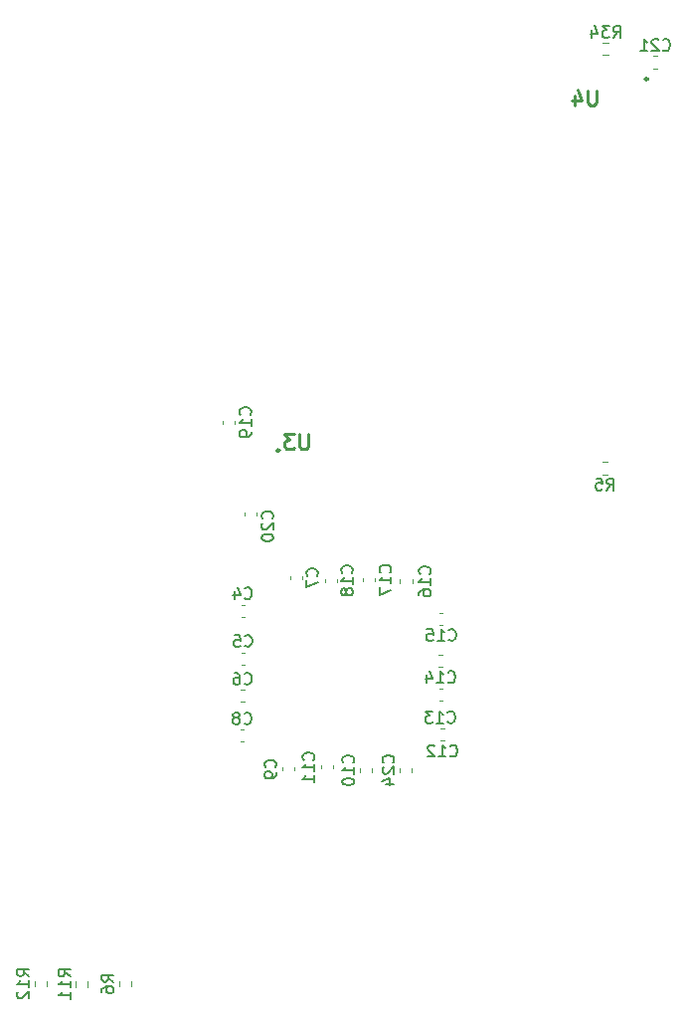
<source format=gbr>
%TF.GenerationSoftware,KiCad,Pcbnew,7.0.6-7.0.6~ubuntu20.04.1*%
%TF.CreationDate,2023-11-11T07:41:59+07:00*%
%TF.ProjectId,qpix,71706978-2e6b-4696-9361-645f70636258,rev?*%
%TF.SameCoordinates,Original*%
%TF.FileFunction,Legend,Bot*%
%TF.FilePolarity,Positive*%
%FSLAX46Y46*%
G04 Gerber Fmt 4.6, Leading zero omitted, Abs format (unit mm)*
G04 Created by KiCad (PCBNEW 7.0.6-7.0.6~ubuntu20.04.1) date 2023-11-11 07:41:59*
%MOMM*%
%LPD*%
G01*
G04 APERTURE LIST*
%ADD10C,0.150000*%
%ADD11C,0.254000*%
%ADD12C,0.120000*%
%ADD13C,0.250000*%
G04 APERTURE END LIST*
D10*
X131376666Y-103679580D02*
X131424285Y-103727200D01*
X131424285Y-103727200D02*
X131567142Y-103774819D01*
X131567142Y-103774819D02*
X131662380Y-103774819D01*
X131662380Y-103774819D02*
X131805237Y-103727200D01*
X131805237Y-103727200D02*
X131900475Y-103631961D01*
X131900475Y-103631961D02*
X131948094Y-103536723D01*
X131948094Y-103536723D02*
X131995713Y-103346247D01*
X131995713Y-103346247D02*
X131995713Y-103203390D01*
X131995713Y-103203390D02*
X131948094Y-103012914D01*
X131948094Y-103012914D02*
X131900475Y-102917676D01*
X131900475Y-102917676D02*
X131805237Y-102822438D01*
X131805237Y-102822438D02*
X131662380Y-102774819D01*
X131662380Y-102774819D02*
X131567142Y-102774819D01*
X131567142Y-102774819D02*
X131424285Y-102822438D01*
X131424285Y-102822438D02*
X131376666Y-102870057D01*
X130471904Y-102774819D02*
X130948094Y-102774819D01*
X130948094Y-102774819D02*
X130995713Y-103251009D01*
X130995713Y-103251009D02*
X130948094Y-103203390D01*
X130948094Y-103203390D02*
X130852856Y-103155771D01*
X130852856Y-103155771D02*
X130614761Y-103155771D01*
X130614761Y-103155771D02*
X130519523Y-103203390D01*
X130519523Y-103203390D02*
X130471904Y-103251009D01*
X130471904Y-103251009D02*
X130424285Y-103346247D01*
X130424285Y-103346247D02*
X130424285Y-103584342D01*
X130424285Y-103584342D02*
X130471904Y-103679580D01*
X130471904Y-103679580D02*
X130519523Y-103727200D01*
X130519523Y-103727200D02*
X130614761Y-103774819D01*
X130614761Y-103774819D02*
X130852856Y-103774819D01*
X130852856Y-103774819D02*
X130948094Y-103727200D01*
X130948094Y-103727200D02*
X130995713Y-103679580D01*
X147109580Y-97562142D02*
X147157200Y-97514523D01*
X147157200Y-97514523D02*
X147204819Y-97371666D01*
X147204819Y-97371666D02*
X147204819Y-97276428D01*
X147204819Y-97276428D02*
X147157200Y-97133571D01*
X147157200Y-97133571D02*
X147061961Y-97038333D01*
X147061961Y-97038333D02*
X146966723Y-96990714D01*
X146966723Y-96990714D02*
X146776247Y-96943095D01*
X146776247Y-96943095D02*
X146633390Y-96943095D01*
X146633390Y-96943095D02*
X146442914Y-96990714D01*
X146442914Y-96990714D02*
X146347676Y-97038333D01*
X146347676Y-97038333D02*
X146252438Y-97133571D01*
X146252438Y-97133571D02*
X146204819Y-97276428D01*
X146204819Y-97276428D02*
X146204819Y-97371666D01*
X146204819Y-97371666D02*
X146252438Y-97514523D01*
X146252438Y-97514523D02*
X146300057Y-97562142D01*
X147204819Y-98514523D02*
X147204819Y-97943095D01*
X147204819Y-98228809D02*
X146204819Y-98228809D01*
X146204819Y-98228809D02*
X146347676Y-98133571D01*
X146347676Y-98133571D02*
X146442914Y-98038333D01*
X146442914Y-98038333D02*
X146490533Y-97943095D01*
X146204819Y-99371666D02*
X146204819Y-99181190D01*
X146204819Y-99181190D02*
X146252438Y-99085952D01*
X146252438Y-99085952D02*
X146300057Y-99038333D01*
X146300057Y-99038333D02*
X146442914Y-98943095D01*
X146442914Y-98943095D02*
X146633390Y-98895476D01*
X146633390Y-98895476D02*
X147014342Y-98895476D01*
X147014342Y-98895476D02*
X147109580Y-98943095D01*
X147109580Y-98943095D02*
X147157200Y-98990714D01*
X147157200Y-98990714D02*
X147204819Y-99085952D01*
X147204819Y-99085952D02*
X147204819Y-99276428D01*
X147204819Y-99276428D02*
X147157200Y-99371666D01*
X147157200Y-99371666D02*
X147109580Y-99419285D01*
X147109580Y-99419285D02*
X147014342Y-99466904D01*
X147014342Y-99466904D02*
X146776247Y-99466904D01*
X146776247Y-99466904D02*
X146681009Y-99419285D01*
X146681009Y-99419285D02*
X146633390Y-99371666D01*
X146633390Y-99371666D02*
X146585771Y-99276428D01*
X146585771Y-99276428D02*
X146585771Y-99085952D01*
X146585771Y-99085952D02*
X146633390Y-98990714D01*
X146633390Y-98990714D02*
X146681009Y-98943095D01*
X146681009Y-98943095D02*
X146776247Y-98895476D01*
X131364666Y-99619580D02*
X131412285Y-99667200D01*
X131412285Y-99667200D02*
X131555142Y-99714819D01*
X131555142Y-99714819D02*
X131650380Y-99714819D01*
X131650380Y-99714819D02*
X131793237Y-99667200D01*
X131793237Y-99667200D02*
X131888475Y-99571961D01*
X131888475Y-99571961D02*
X131936094Y-99476723D01*
X131936094Y-99476723D02*
X131983713Y-99286247D01*
X131983713Y-99286247D02*
X131983713Y-99143390D01*
X131983713Y-99143390D02*
X131936094Y-98952914D01*
X131936094Y-98952914D02*
X131888475Y-98857676D01*
X131888475Y-98857676D02*
X131793237Y-98762438D01*
X131793237Y-98762438D02*
X131650380Y-98714819D01*
X131650380Y-98714819D02*
X131555142Y-98714819D01*
X131555142Y-98714819D02*
X131412285Y-98762438D01*
X131412285Y-98762438D02*
X131364666Y-98810057D01*
X130507523Y-99048152D02*
X130507523Y-99714819D01*
X130745618Y-98667200D02*
X130983713Y-99381485D01*
X130983713Y-99381485D02*
X130364666Y-99381485D01*
X143739580Y-97427142D02*
X143787200Y-97379523D01*
X143787200Y-97379523D02*
X143834819Y-97236666D01*
X143834819Y-97236666D02*
X143834819Y-97141428D01*
X143834819Y-97141428D02*
X143787200Y-96998571D01*
X143787200Y-96998571D02*
X143691961Y-96903333D01*
X143691961Y-96903333D02*
X143596723Y-96855714D01*
X143596723Y-96855714D02*
X143406247Y-96808095D01*
X143406247Y-96808095D02*
X143263390Y-96808095D01*
X143263390Y-96808095D02*
X143072914Y-96855714D01*
X143072914Y-96855714D02*
X142977676Y-96903333D01*
X142977676Y-96903333D02*
X142882438Y-96998571D01*
X142882438Y-96998571D02*
X142834819Y-97141428D01*
X142834819Y-97141428D02*
X142834819Y-97236666D01*
X142834819Y-97236666D02*
X142882438Y-97379523D01*
X142882438Y-97379523D02*
X142930057Y-97427142D01*
X143834819Y-98379523D02*
X143834819Y-97808095D01*
X143834819Y-98093809D02*
X142834819Y-98093809D01*
X142834819Y-98093809D02*
X142977676Y-97998571D01*
X142977676Y-97998571D02*
X143072914Y-97903333D01*
X143072914Y-97903333D02*
X143120533Y-97808095D01*
X142834819Y-98712857D02*
X142834819Y-99379523D01*
X142834819Y-99379523D02*
X143834819Y-98950952D01*
X148842857Y-113019580D02*
X148890476Y-113067200D01*
X148890476Y-113067200D02*
X149033333Y-113114819D01*
X149033333Y-113114819D02*
X149128571Y-113114819D01*
X149128571Y-113114819D02*
X149271428Y-113067200D01*
X149271428Y-113067200D02*
X149366666Y-112971961D01*
X149366666Y-112971961D02*
X149414285Y-112876723D01*
X149414285Y-112876723D02*
X149461904Y-112686247D01*
X149461904Y-112686247D02*
X149461904Y-112543390D01*
X149461904Y-112543390D02*
X149414285Y-112352914D01*
X149414285Y-112352914D02*
X149366666Y-112257676D01*
X149366666Y-112257676D02*
X149271428Y-112162438D01*
X149271428Y-112162438D02*
X149128571Y-112114819D01*
X149128571Y-112114819D02*
X149033333Y-112114819D01*
X149033333Y-112114819D02*
X148890476Y-112162438D01*
X148890476Y-112162438D02*
X148842857Y-112210057D01*
X147890476Y-113114819D02*
X148461904Y-113114819D01*
X148176190Y-113114819D02*
X148176190Y-112114819D01*
X148176190Y-112114819D02*
X148271428Y-112257676D01*
X148271428Y-112257676D02*
X148366666Y-112352914D01*
X148366666Y-112352914D02*
X148461904Y-112400533D01*
X147509523Y-112210057D02*
X147461904Y-112162438D01*
X147461904Y-112162438D02*
X147366666Y-112114819D01*
X147366666Y-112114819D02*
X147128571Y-112114819D01*
X147128571Y-112114819D02*
X147033333Y-112162438D01*
X147033333Y-112162438D02*
X146985714Y-112210057D01*
X146985714Y-112210057D02*
X146938095Y-112305295D01*
X146938095Y-112305295D02*
X146938095Y-112400533D01*
X146938095Y-112400533D02*
X146985714Y-112543390D01*
X146985714Y-112543390D02*
X147557142Y-113114819D01*
X147557142Y-113114819D02*
X146938095Y-113114819D01*
X140469580Y-97477142D02*
X140517200Y-97429523D01*
X140517200Y-97429523D02*
X140564819Y-97286666D01*
X140564819Y-97286666D02*
X140564819Y-97191428D01*
X140564819Y-97191428D02*
X140517200Y-97048571D01*
X140517200Y-97048571D02*
X140421961Y-96953333D01*
X140421961Y-96953333D02*
X140326723Y-96905714D01*
X140326723Y-96905714D02*
X140136247Y-96858095D01*
X140136247Y-96858095D02*
X139993390Y-96858095D01*
X139993390Y-96858095D02*
X139802914Y-96905714D01*
X139802914Y-96905714D02*
X139707676Y-96953333D01*
X139707676Y-96953333D02*
X139612438Y-97048571D01*
X139612438Y-97048571D02*
X139564819Y-97191428D01*
X139564819Y-97191428D02*
X139564819Y-97286666D01*
X139564819Y-97286666D02*
X139612438Y-97429523D01*
X139612438Y-97429523D02*
X139660057Y-97477142D01*
X140564819Y-98429523D02*
X140564819Y-97858095D01*
X140564819Y-98143809D02*
X139564819Y-98143809D01*
X139564819Y-98143809D02*
X139707676Y-98048571D01*
X139707676Y-98048571D02*
X139802914Y-97953333D01*
X139802914Y-97953333D02*
X139850533Y-97858095D01*
X139993390Y-99000952D02*
X139945771Y-98905714D01*
X139945771Y-98905714D02*
X139898152Y-98858095D01*
X139898152Y-98858095D02*
X139802914Y-98810476D01*
X139802914Y-98810476D02*
X139755295Y-98810476D01*
X139755295Y-98810476D02*
X139660057Y-98858095D01*
X139660057Y-98858095D02*
X139612438Y-98905714D01*
X139612438Y-98905714D02*
X139564819Y-99000952D01*
X139564819Y-99000952D02*
X139564819Y-99191428D01*
X139564819Y-99191428D02*
X139612438Y-99286666D01*
X139612438Y-99286666D02*
X139660057Y-99334285D01*
X139660057Y-99334285D02*
X139755295Y-99381904D01*
X139755295Y-99381904D02*
X139802914Y-99381904D01*
X139802914Y-99381904D02*
X139898152Y-99334285D01*
X139898152Y-99334285D02*
X139945771Y-99286666D01*
X139945771Y-99286666D02*
X139993390Y-99191428D01*
X139993390Y-99191428D02*
X139993390Y-99000952D01*
X139993390Y-99000952D02*
X140041009Y-98905714D01*
X140041009Y-98905714D02*
X140088628Y-98858095D01*
X140088628Y-98858095D02*
X140183866Y-98810476D01*
X140183866Y-98810476D02*
X140374342Y-98810476D01*
X140374342Y-98810476D02*
X140469580Y-98858095D01*
X140469580Y-98858095D02*
X140517200Y-98905714D01*
X140517200Y-98905714D02*
X140564819Y-99000952D01*
X140564819Y-99000952D02*
X140564819Y-99191428D01*
X140564819Y-99191428D02*
X140517200Y-99286666D01*
X140517200Y-99286666D02*
X140469580Y-99334285D01*
X140469580Y-99334285D02*
X140374342Y-99381904D01*
X140374342Y-99381904D02*
X140183866Y-99381904D01*
X140183866Y-99381904D02*
X140088628Y-99334285D01*
X140088628Y-99334285D02*
X140041009Y-99286666D01*
X140041009Y-99286666D02*
X139993390Y-99191428D01*
X133709580Y-92857142D02*
X133757200Y-92809523D01*
X133757200Y-92809523D02*
X133804819Y-92666666D01*
X133804819Y-92666666D02*
X133804819Y-92571428D01*
X133804819Y-92571428D02*
X133757200Y-92428571D01*
X133757200Y-92428571D02*
X133661961Y-92333333D01*
X133661961Y-92333333D02*
X133566723Y-92285714D01*
X133566723Y-92285714D02*
X133376247Y-92238095D01*
X133376247Y-92238095D02*
X133233390Y-92238095D01*
X133233390Y-92238095D02*
X133042914Y-92285714D01*
X133042914Y-92285714D02*
X132947676Y-92333333D01*
X132947676Y-92333333D02*
X132852438Y-92428571D01*
X132852438Y-92428571D02*
X132804819Y-92571428D01*
X132804819Y-92571428D02*
X132804819Y-92666666D01*
X132804819Y-92666666D02*
X132852438Y-92809523D01*
X132852438Y-92809523D02*
X132900057Y-92857142D01*
X132900057Y-93238095D02*
X132852438Y-93285714D01*
X132852438Y-93285714D02*
X132804819Y-93380952D01*
X132804819Y-93380952D02*
X132804819Y-93619047D01*
X132804819Y-93619047D02*
X132852438Y-93714285D01*
X132852438Y-93714285D02*
X132900057Y-93761904D01*
X132900057Y-93761904D02*
X132995295Y-93809523D01*
X132995295Y-93809523D02*
X133090533Y-93809523D01*
X133090533Y-93809523D02*
X133233390Y-93761904D01*
X133233390Y-93761904D02*
X133804819Y-93190476D01*
X133804819Y-93190476D02*
X133804819Y-93809523D01*
X132804819Y-94428571D02*
X132804819Y-94523809D01*
X132804819Y-94523809D02*
X132852438Y-94619047D01*
X132852438Y-94619047D02*
X132900057Y-94666666D01*
X132900057Y-94666666D02*
X132995295Y-94714285D01*
X132995295Y-94714285D02*
X133185771Y-94761904D01*
X133185771Y-94761904D02*
X133423866Y-94761904D01*
X133423866Y-94761904D02*
X133614342Y-94714285D01*
X133614342Y-94714285D02*
X133709580Y-94666666D01*
X133709580Y-94666666D02*
X133757200Y-94619047D01*
X133757200Y-94619047D02*
X133804819Y-94523809D01*
X133804819Y-94523809D02*
X133804819Y-94428571D01*
X133804819Y-94428571D02*
X133757200Y-94333333D01*
X133757200Y-94333333D02*
X133709580Y-94285714D01*
X133709580Y-94285714D02*
X133614342Y-94238095D01*
X133614342Y-94238095D02*
X133423866Y-94190476D01*
X133423866Y-94190476D02*
X133185771Y-94190476D01*
X133185771Y-94190476D02*
X132995295Y-94238095D01*
X132995295Y-94238095D02*
X132900057Y-94285714D01*
X132900057Y-94285714D02*
X132852438Y-94333333D01*
X132852438Y-94333333D02*
X132804819Y-94428571D01*
X140579580Y-113617142D02*
X140627200Y-113569523D01*
X140627200Y-113569523D02*
X140674819Y-113426666D01*
X140674819Y-113426666D02*
X140674819Y-113331428D01*
X140674819Y-113331428D02*
X140627200Y-113188571D01*
X140627200Y-113188571D02*
X140531961Y-113093333D01*
X140531961Y-113093333D02*
X140436723Y-113045714D01*
X140436723Y-113045714D02*
X140246247Y-112998095D01*
X140246247Y-112998095D02*
X140103390Y-112998095D01*
X140103390Y-112998095D02*
X139912914Y-113045714D01*
X139912914Y-113045714D02*
X139817676Y-113093333D01*
X139817676Y-113093333D02*
X139722438Y-113188571D01*
X139722438Y-113188571D02*
X139674819Y-113331428D01*
X139674819Y-113331428D02*
X139674819Y-113426666D01*
X139674819Y-113426666D02*
X139722438Y-113569523D01*
X139722438Y-113569523D02*
X139770057Y-113617142D01*
X140674819Y-114569523D02*
X140674819Y-113998095D01*
X140674819Y-114283809D02*
X139674819Y-114283809D01*
X139674819Y-114283809D02*
X139817676Y-114188571D01*
X139817676Y-114188571D02*
X139912914Y-114093333D01*
X139912914Y-114093333D02*
X139960533Y-113998095D01*
X139674819Y-115188571D02*
X139674819Y-115283809D01*
X139674819Y-115283809D02*
X139722438Y-115379047D01*
X139722438Y-115379047D02*
X139770057Y-115426666D01*
X139770057Y-115426666D02*
X139865295Y-115474285D01*
X139865295Y-115474285D02*
X140055771Y-115521904D01*
X140055771Y-115521904D02*
X140293866Y-115521904D01*
X140293866Y-115521904D02*
X140484342Y-115474285D01*
X140484342Y-115474285D02*
X140579580Y-115426666D01*
X140579580Y-115426666D02*
X140627200Y-115379047D01*
X140627200Y-115379047D02*
X140674819Y-115283809D01*
X140674819Y-115283809D02*
X140674819Y-115188571D01*
X140674819Y-115188571D02*
X140627200Y-115093333D01*
X140627200Y-115093333D02*
X140579580Y-115045714D01*
X140579580Y-115045714D02*
X140484342Y-114998095D01*
X140484342Y-114998095D02*
X140293866Y-114950476D01*
X140293866Y-114950476D02*
X140055771Y-114950476D01*
X140055771Y-114950476D02*
X139865295Y-114998095D01*
X139865295Y-114998095D02*
X139770057Y-115045714D01*
X139770057Y-115045714D02*
X139722438Y-115093333D01*
X139722438Y-115093333D02*
X139674819Y-115188571D01*
D11*
X161297619Y-56424318D02*
X161297619Y-57452413D01*
X161297619Y-57452413D02*
X161237142Y-57573365D01*
X161237142Y-57573365D02*
X161176666Y-57633842D01*
X161176666Y-57633842D02*
X161055714Y-57694318D01*
X161055714Y-57694318D02*
X160813809Y-57694318D01*
X160813809Y-57694318D02*
X160692857Y-57633842D01*
X160692857Y-57633842D02*
X160632380Y-57573365D01*
X160632380Y-57573365D02*
X160571904Y-57452413D01*
X160571904Y-57452413D02*
X160571904Y-56424318D01*
X159422857Y-56847651D02*
X159422857Y-57694318D01*
X159725238Y-56363842D02*
X160027619Y-57270984D01*
X160027619Y-57270984D02*
X159241428Y-57270984D01*
D10*
X112994819Y-131784142D02*
X112518628Y-131450809D01*
X112994819Y-131212714D02*
X111994819Y-131212714D01*
X111994819Y-131212714D02*
X111994819Y-131593666D01*
X111994819Y-131593666D02*
X112042438Y-131688904D01*
X112042438Y-131688904D02*
X112090057Y-131736523D01*
X112090057Y-131736523D02*
X112185295Y-131784142D01*
X112185295Y-131784142D02*
X112328152Y-131784142D01*
X112328152Y-131784142D02*
X112423390Y-131736523D01*
X112423390Y-131736523D02*
X112471009Y-131688904D01*
X112471009Y-131688904D02*
X112518628Y-131593666D01*
X112518628Y-131593666D02*
X112518628Y-131212714D01*
X112994819Y-132736523D02*
X112994819Y-132165095D01*
X112994819Y-132450809D02*
X111994819Y-132450809D01*
X111994819Y-132450809D02*
X112137676Y-132355571D01*
X112137676Y-132355571D02*
X112232914Y-132260333D01*
X112232914Y-132260333D02*
X112280533Y-132165095D01*
X112090057Y-133117476D02*
X112042438Y-133165095D01*
X112042438Y-133165095D02*
X111994819Y-133260333D01*
X111994819Y-133260333D02*
X111994819Y-133498428D01*
X111994819Y-133498428D02*
X112042438Y-133593666D01*
X112042438Y-133593666D02*
X112090057Y-133641285D01*
X112090057Y-133641285D02*
X112185295Y-133688904D01*
X112185295Y-133688904D02*
X112280533Y-133688904D01*
X112280533Y-133688904D02*
X112423390Y-133641285D01*
X112423390Y-133641285D02*
X112994819Y-133069857D01*
X112994819Y-133069857D02*
X112994819Y-133688904D01*
X120194819Y-132271333D02*
X119718628Y-131938000D01*
X120194819Y-131699905D02*
X119194819Y-131699905D01*
X119194819Y-131699905D02*
X119194819Y-132080857D01*
X119194819Y-132080857D02*
X119242438Y-132176095D01*
X119242438Y-132176095D02*
X119290057Y-132223714D01*
X119290057Y-132223714D02*
X119385295Y-132271333D01*
X119385295Y-132271333D02*
X119528152Y-132271333D01*
X119528152Y-132271333D02*
X119623390Y-132223714D01*
X119623390Y-132223714D02*
X119671009Y-132176095D01*
X119671009Y-132176095D02*
X119718628Y-132080857D01*
X119718628Y-132080857D02*
X119718628Y-131699905D01*
X119194819Y-133128476D02*
X119194819Y-132938000D01*
X119194819Y-132938000D02*
X119242438Y-132842762D01*
X119242438Y-132842762D02*
X119290057Y-132795143D01*
X119290057Y-132795143D02*
X119432914Y-132699905D01*
X119432914Y-132699905D02*
X119623390Y-132652286D01*
X119623390Y-132652286D02*
X120004342Y-132652286D01*
X120004342Y-132652286D02*
X120099580Y-132699905D01*
X120099580Y-132699905D02*
X120147200Y-132747524D01*
X120147200Y-132747524D02*
X120194819Y-132842762D01*
X120194819Y-132842762D02*
X120194819Y-133033238D01*
X120194819Y-133033238D02*
X120147200Y-133128476D01*
X120147200Y-133128476D02*
X120099580Y-133176095D01*
X120099580Y-133176095D02*
X120004342Y-133223714D01*
X120004342Y-133223714D02*
X119766247Y-133223714D01*
X119766247Y-133223714D02*
X119671009Y-133176095D01*
X119671009Y-133176095D02*
X119623390Y-133128476D01*
X119623390Y-133128476D02*
X119575771Y-133033238D01*
X119575771Y-133033238D02*
X119575771Y-132842762D01*
X119575771Y-132842762D02*
X119623390Y-132747524D01*
X119623390Y-132747524D02*
X119671009Y-132699905D01*
X119671009Y-132699905D02*
X119766247Y-132652286D01*
X131314666Y-110269580D02*
X131362285Y-110317200D01*
X131362285Y-110317200D02*
X131505142Y-110364819D01*
X131505142Y-110364819D02*
X131600380Y-110364819D01*
X131600380Y-110364819D02*
X131743237Y-110317200D01*
X131743237Y-110317200D02*
X131838475Y-110221961D01*
X131838475Y-110221961D02*
X131886094Y-110126723D01*
X131886094Y-110126723D02*
X131933713Y-109936247D01*
X131933713Y-109936247D02*
X131933713Y-109793390D01*
X131933713Y-109793390D02*
X131886094Y-109602914D01*
X131886094Y-109602914D02*
X131838475Y-109507676D01*
X131838475Y-109507676D02*
X131743237Y-109412438D01*
X131743237Y-109412438D02*
X131600380Y-109364819D01*
X131600380Y-109364819D02*
X131505142Y-109364819D01*
X131505142Y-109364819D02*
X131362285Y-109412438D01*
X131362285Y-109412438D02*
X131314666Y-109460057D01*
X130743237Y-109793390D02*
X130838475Y-109745771D01*
X130838475Y-109745771D02*
X130886094Y-109698152D01*
X130886094Y-109698152D02*
X130933713Y-109602914D01*
X130933713Y-109602914D02*
X130933713Y-109555295D01*
X130933713Y-109555295D02*
X130886094Y-109460057D01*
X130886094Y-109460057D02*
X130838475Y-109412438D01*
X130838475Y-109412438D02*
X130743237Y-109364819D01*
X130743237Y-109364819D02*
X130552761Y-109364819D01*
X130552761Y-109364819D02*
X130457523Y-109412438D01*
X130457523Y-109412438D02*
X130409904Y-109460057D01*
X130409904Y-109460057D02*
X130362285Y-109555295D01*
X130362285Y-109555295D02*
X130362285Y-109602914D01*
X130362285Y-109602914D02*
X130409904Y-109698152D01*
X130409904Y-109698152D02*
X130457523Y-109745771D01*
X130457523Y-109745771D02*
X130552761Y-109793390D01*
X130552761Y-109793390D02*
X130743237Y-109793390D01*
X130743237Y-109793390D02*
X130838475Y-109841009D01*
X130838475Y-109841009D02*
X130886094Y-109888628D01*
X130886094Y-109888628D02*
X130933713Y-109983866D01*
X130933713Y-109983866D02*
X130933713Y-110174342D01*
X130933713Y-110174342D02*
X130886094Y-110269580D01*
X130886094Y-110269580D02*
X130838475Y-110317200D01*
X130838475Y-110317200D02*
X130743237Y-110364819D01*
X130743237Y-110364819D02*
X130552761Y-110364819D01*
X130552761Y-110364819D02*
X130457523Y-110317200D01*
X130457523Y-110317200D02*
X130409904Y-110269580D01*
X130409904Y-110269580D02*
X130362285Y-110174342D01*
X130362285Y-110174342D02*
X130362285Y-109983866D01*
X130362285Y-109983866D02*
X130409904Y-109888628D01*
X130409904Y-109888628D02*
X130457523Y-109841009D01*
X130457523Y-109841009D02*
X130552761Y-109793390D01*
D11*
X136777619Y-85674318D02*
X136777619Y-86702413D01*
X136777619Y-86702413D02*
X136717142Y-86823365D01*
X136717142Y-86823365D02*
X136656666Y-86883842D01*
X136656666Y-86883842D02*
X136535714Y-86944318D01*
X136535714Y-86944318D02*
X136293809Y-86944318D01*
X136293809Y-86944318D02*
X136172857Y-86883842D01*
X136172857Y-86883842D02*
X136112380Y-86823365D01*
X136112380Y-86823365D02*
X136051904Y-86702413D01*
X136051904Y-86702413D02*
X136051904Y-85674318D01*
X135568095Y-85674318D02*
X134781904Y-85674318D01*
X134781904Y-85674318D02*
X135205238Y-86158127D01*
X135205238Y-86158127D02*
X135023809Y-86158127D01*
X135023809Y-86158127D02*
X134902857Y-86218603D01*
X134902857Y-86218603D02*
X134842381Y-86279080D01*
X134842381Y-86279080D02*
X134781904Y-86400032D01*
X134781904Y-86400032D02*
X134781904Y-86702413D01*
X134781904Y-86702413D02*
X134842381Y-86823365D01*
X134842381Y-86823365D02*
X134902857Y-86883842D01*
X134902857Y-86883842D02*
X135023809Y-86944318D01*
X135023809Y-86944318D02*
X135386666Y-86944318D01*
X135386666Y-86944318D02*
X135507619Y-86883842D01*
X135507619Y-86883842D02*
X135568095Y-86823365D01*
D10*
X162204916Y-90444819D02*
X162538249Y-89968628D01*
X162776344Y-90444819D02*
X162776344Y-89444819D01*
X162776344Y-89444819D02*
X162395392Y-89444819D01*
X162395392Y-89444819D02*
X162300154Y-89492438D01*
X162300154Y-89492438D02*
X162252535Y-89540057D01*
X162252535Y-89540057D02*
X162204916Y-89635295D01*
X162204916Y-89635295D02*
X162204916Y-89778152D01*
X162204916Y-89778152D02*
X162252535Y-89873390D01*
X162252535Y-89873390D02*
X162300154Y-89921009D01*
X162300154Y-89921009D02*
X162395392Y-89968628D01*
X162395392Y-89968628D02*
X162776344Y-89968628D01*
X161300154Y-89444819D02*
X161776344Y-89444819D01*
X161776344Y-89444819D02*
X161823963Y-89921009D01*
X161823963Y-89921009D02*
X161776344Y-89873390D01*
X161776344Y-89873390D02*
X161681106Y-89825771D01*
X161681106Y-89825771D02*
X161443011Y-89825771D01*
X161443011Y-89825771D02*
X161347773Y-89873390D01*
X161347773Y-89873390D02*
X161300154Y-89921009D01*
X161300154Y-89921009D02*
X161252535Y-90016247D01*
X161252535Y-90016247D02*
X161252535Y-90254342D01*
X161252535Y-90254342D02*
X161300154Y-90349580D01*
X161300154Y-90349580D02*
X161347773Y-90397200D01*
X161347773Y-90397200D02*
X161443011Y-90444819D01*
X161443011Y-90444819D02*
X161681106Y-90444819D01*
X161681106Y-90444819D02*
X161776344Y-90397200D01*
X161776344Y-90397200D02*
X161823963Y-90349580D01*
X162752857Y-51934819D02*
X163086190Y-51458628D01*
X163324285Y-51934819D02*
X163324285Y-50934819D01*
X163324285Y-50934819D02*
X162943333Y-50934819D01*
X162943333Y-50934819D02*
X162848095Y-50982438D01*
X162848095Y-50982438D02*
X162800476Y-51030057D01*
X162800476Y-51030057D02*
X162752857Y-51125295D01*
X162752857Y-51125295D02*
X162752857Y-51268152D01*
X162752857Y-51268152D02*
X162800476Y-51363390D01*
X162800476Y-51363390D02*
X162848095Y-51411009D01*
X162848095Y-51411009D02*
X162943333Y-51458628D01*
X162943333Y-51458628D02*
X163324285Y-51458628D01*
X162419523Y-50934819D02*
X161800476Y-50934819D01*
X161800476Y-50934819D02*
X162133809Y-51315771D01*
X162133809Y-51315771D02*
X161990952Y-51315771D01*
X161990952Y-51315771D02*
X161895714Y-51363390D01*
X161895714Y-51363390D02*
X161848095Y-51411009D01*
X161848095Y-51411009D02*
X161800476Y-51506247D01*
X161800476Y-51506247D02*
X161800476Y-51744342D01*
X161800476Y-51744342D02*
X161848095Y-51839580D01*
X161848095Y-51839580D02*
X161895714Y-51887200D01*
X161895714Y-51887200D02*
X161990952Y-51934819D01*
X161990952Y-51934819D02*
X162276666Y-51934819D01*
X162276666Y-51934819D02*
X162371904Y-51887200D01*
X162371904Y-51887200D02*
X162419523Y-51839580D01*
X160943333Y-51268152D02*
X160943333Y-51934819D01*
X161181428Y-50887200D02*
X161419523Y-51601485D01*
X161419523Y-51601485D02*
X160800476Y-51601485D01*
X131819580Y-84017142D02*
X131867200Y-83969523D01*
X131867200Y-83969523D02*
X131914819Y-83826666D01*
X131914819Y-83826666D02*
X131914819Y-83731428D01*
X131914819Y-83731428D02*
X131867200Y-83588571D01*
X131867200Y-83588571D02*
X131771961Y-83493333D01*
X131771961Y-83493333D02*
X131676723Y-83445714D01*
X131676723Y-83445714D02*
X131486247Y-83398095D01*
X131486247Y-83398095D02*
X131343390Y-83398095D01*
X131343390Y-83398095D02*
X131152914Y-83445714D01*
X131152914Y-83445714D02*
X131057676Y-83493333D01*
X131057676Y-83493333D02*
X130962438Y-83588571D01*
X130962438Y-83588571D02*
X130914819Y-83731428D01*
X130914819Y-83731428D02*
X130914819Y-83826666D01*
X130914819Y-83826666D02*
X130962438Y-83969523D01*
X130962438Y-83969523D02*
X131010057Y-84017142D01*
X131914819Y-84969523D02*
X131914819Y-84398095D01*
X131914819Y-84683809D02*
X130914819Y-84683809D01*
X130914819Y-84683809D02*
X131057676Y-84588571D01*
X131057676Y-84588571D02*
X131152914Y-84493333D01*
X131152914Y-84493333D02*
X131200533Y-84398095D01*
X131914819Y-85445714D02*
X131914819Y-85636190D01*
X131914819Y-85636190D02*
X131867200Y-85731428D01*
X131867200Y-85731428D02*
X131819580Y-85779047D01*
X131819580Y-85779047D02*
X131676723Y-85874285D01*
X131676723Y-85874285D02*
X131486247Y-85921904D01*
X131486247Y-85921904D02*
X131105295Y-85921904D01*
X131105295Y-85921904D02*
X131010057Y-85874285D01*
X131010057Y-85874285D02*
X130962438Y-85826666D01*
X130962438Y-85826666D02*
X130914819Y-85731428D01*
X130914819Y-85731428D02*
X130914819Y-85540952D01*
X130914819Y-85540952D02*
X130962438Y-85445714D01*
X130962438Y-85445714D02*
X131010057Y-85398095D01*
X131010057Y-85398095D02*
X131105295Y-85350476D01*
X131105295Y-85350476D02*
X131343390Y-85350476D01*
X131343390Y-85350476D02*
X131438628Y-85398095D01*
X131438628Y-85398095D02*
X131486247Y-85445714D01*
X131486247Y-85445714D02*
X131533866Y-85540952D01*
X131533866Y-85540952D02*
X131533866Y-85731428D01*
X131533866Y-85731428D02*
X131486247Y-85826666D01*
X131486247Y-85826666D02*
X131438628Y-85874285D01*
X131438628Y-85874285D02*
X131343390Y-85921904D01*
X148656437Y-110160580D02*
X148704056Y-110208200D01*
X148704056Y-110208200D02*
X148846913Y-110255819D01*
X148846913Y-110255819D02*
X148942151Y-110255819D01*
X148942151Y-110255819D02*
X149085008Y-110208200D01*
X149085008Y-110208200D02*
X149180246Y-110112961D01*
X149180246Y-110112961D02*
X149227865Y-110017723D01*
X149227865Y-110017723D02*
X149275484Y-109827247D01*
X149275484Y-109827247D02*
X149275484Y-109684390D01*
X149275484Y-109684390D02*
X149227865Y-109493914D01*
X149227865Y-109493914D02*
X149180246Y-109398676D01*
X149180246Y-109398676D02*
X149085008Y-109303438D01*
X149085008Y-109303438D02*
X148942151Y-109255819D01*
X148942151Y-109255819D02*
X148846913Y-109255819D01*
X148846913Y-109255819D02*
X148704056Y-109303438D01*
X148704056Y-109303438D02*
X148656437Y-109351057D01*
X147704056Y-110255819D02*
X148275484Y-110255819D01*
X147989770Y-110255819D02*
X147989770Y-109255819D01*
X147989770Y-109255819D02*
X148085008Y-109398676D01*
X148085008Y-109398676D02*
X148180246Y-109493914D01*
X148180246Y-109493914D02*
X148275484Y-109541533D01*
X147370722Y-109255819D02*
X146751675Y-109255819D01*
X146751675Y-109255819D02*
X147085008Y-109636771D01*
X147085008Y-109636771D02*
X146942151Y-109636771D01*
X146942151Y-109636771D02*
X146846913Y-109684390D01*
X146846913Y-109684390D02*
X146799294Y-109732009D01*
X146799294Y-109732009D02*
X146751675Y-109827247D01*
X146751675Y-109827247D02*
X146751675Y-110065342D01*
X146751675Y-110065342D02*
X146799294Y-110160580D01*
X146799294Y-110160580D02*
X146846913Y-110208200D01*
X146846913Y-110208200D02*
X146942151Y-110255819D01*
X146942151Y-110255819D02*
X147227865Y-110255819D01*
X147227865Y-110255819D02*
X147323103Y-110208200D01*
X147323103Y-110208200D02*
X147370722Y-110160580D01*
X137509580Y-97723333D02*
X137557200Y-97675714D01*
X137557200Y-97675714D02*
X137604819Y-97532857D01*
X137604819Y-97532857D02*
X137604819Y-97437619D01*
X137604819Y-97437619D02*
X137557200Y-97294762D01*
X137557200Y-97294762D02*
X137461961Y-97199524D01*
X137461961Y-97199524D02*
X137366723Y-97151905D01*
X137366723Y-97151905D02*
X137176247Y-97104286D01*
X137176247Y-97104286D02*
X137033390Y-97104286D01*
X137033390Y-97104286D02*
X136842914Y-97151905D01*
X136842914Y-97151905D02*
X136747676Y-97199524D01*
X136747676Y-97199524D02*
X136652438Y-97294762D01*
X136652438Y-97294762D02*
X136604819Y-97437619D01*
X136604819Y-97437619D02*
X136604819Y-97532857D01*
X136604819Y-97532857D02*
X136652438Y-97675714D01*
X136652438Y-97675714D02*
X136700057Y-97723333D01*
X136604819Y-98056667D02*
X136604819Y-98723333D01*
X136604819Y-98723333D02*
X137604819Y-98294762D01*
X133969580Y-114003333D02*
X134017200Y-113955714D01*
X134017200Y-113955714D02*
X134064819Y-113812857D01*
X134064819Y-113812857D02*
X134064819Y-113717619D01*
X134064819Y-113717619D02*
X134017200Y-113574762D01*
X134017200Y-113574762D02*
X133921961Y-113479524D01*
X133921961Y-113479524D02*
X133826723Y-113431905D01*
X133826723Y-113431905D02*
X133636247Y-113384286D01*
X133636247Y-113384286D02*
X133493390Y-113384286D01*
X133493390Y-113384286D02*
X133302914Y-113431905D01*
X133302914Y-113431905D02*
X133207676Y-113479524D01*
X133207676Y-113479524D02*
X133112438Y-113574762D01*
X133112438Y-113574762D02*
X133064819Y-113717619D01*
X133064819Y-113717619D02*
X133064819Y-113812857D01*
X133064819Y-113812857D02*
X133112438Y-113955714D01*
X133112438Y-113955714D02*
X133160057Y-114003333D01*
X134064819Y-114479524D02*
X134064819Y-114670000D01*
X134064819Y-114670000D02*
X134017200Y-114765238D01*
X134017200Y-114765238D02*
X133969580Y-114812857D01*
X133969580Y-114812857D02*
X133826723Y-114908095D01*
X133826723Y-114908095D02*
X133636247Y-114955714D01*
X133636247Y-114955714D02*
X133255295Y-114955714D01*
X133255295Y-114955714D02*
X133160057Y-114908095D01*
X133160057Y-114908095D02*
X133112438Y-114860476D01*
X133112438Y-114860476D02*
X133064819Y-114765238D01*
X133064819Y-114765238D02*
X133064819Y-114574762D01*
X133064819Y-114574762D02*
X133112438Y-114479524D01*
X133112438Y-114479524D02*
X133160057Y-114431905D01*
X133160057Y-114431905D02*
X133255295Y-114384286D01*
X133255295Y-114384286D02*
X133493390Y-114384286D01*
X133493390Y-114384286D02*
X133588628Y-114431905D01*
X133588628Y-114431905D02*
X133636247Y-114479524D01*
X133636247Y-114479524D02*
X133683866Y-114574762D01*
X133683866Y-114574762D02*
X133683866Y-114765238D01*
X133683866Y-114765238D02*
X133636247Y-114860476D01*
X133636247Y-114860476D02*
X133588628Y-114908095D01*
X133588628Y-114908095D02*
X133493390Y-114955714D01*
X143989580Y-113617142D02*
X144037200Y-113569523D01*
X144037200Y-113569523D02*
X144084819Y-113426666D01*
X144084819Y-113426666D02*
X144084819Y-113331428D01*
X144084819Y-113331428D02*
X144037200Y-113188571D01*
X144037200Y-113188571D02*
X143941961Y-113093333D01*
X143941961Y-113093333D02*
X143846723Y-113045714D01*
X143846723Y-113045714D02*
X143656247Y-112998095D01*
X143656247Y-112998095D02*
X143513390Y-112998095D01*
X143513390Y-112998095D02*
X143322914Y-113045714D01*
X143322914Y-113045714D02*
X143227676Y-113093333D01*
X143227676Y-113093333D02*
X143132438Y-113188571D01*
X143132438Y-113188571D02*
X143084819Y-113331428D01*
X143084819Y-113331428D02*
X143084819Y-113426666D01*
X143084819Y-113426666D02*
X143132438Y-113569523D01*
X143132438Y-113569523D02*
X143180057Y-113617142D01*
X143180057Y-113998095D02*
X143132438Y-114045714D01*
X143132438Y-114045714D02*
X143084819Y-114140952D01*
X143084819Y-114140952D02*
X143084819Y-114379047D01*
X143084819Y-114379047D02*
X143132438Y-114474285D01*
X143132438Y-114474285D02*
X143180057Y-114521904D01*
X143180057Y-114521904D02*
X143275295Y-114569523D01*
X143275295Y-114569523D02*
X143370533Y-114569523D01*
X143370533Y-114569523D02*
X143513390Y-114521904D01*
X143513390Y-114521904D02*
X144084819Y-113950476D01*
X144084819Y-113950476D02*
X144084819Y-114569523D01*
X143418152Y-115426666D02*
X144084819Y-115426666D01*
X143037200Y-115188571D02*
X143751485Y-114950476D01*
X143751485Y-114950476D02*
X143751485Y-115569523D01*
X116504819Y-131805142D02*
X116028628Y-131471809D01*
X116504819Y-131233714D02*
X115504819Y-131233714D01*
X115504819Y-131233714D02*
X115504819Y-131614666D01*
X115504819Y-131614666D02*
X115552438Y-131709904D01*
X115552438Y-131709904D02*
X115600057Y-131757523D01*
X115600057Y-131757523D02*
X115695295Y-131805142D01*
X115695295Y-131805142D02*
X115838152Y-131805142D01*
X115838152Y-131805142D02*
X115933390Y-131757523D01*
X115933390Y-131757523D02*
X115981009Y-131709904D01*
X115981009Y-131709904D02*
X116028628Y-131614666D01*
X116028628Y-131614666D02*
X116028628Y-131233714D01*
X116504819Y-132757523D02*
X116504819Y-132186095D01*
X116504819Y-132471809D02*
X115504819Y-132471809D01*
X115504819Y-132471809D02*
X115647676Y-132376571D01*
X115647676Y-132376571D02*
X115742914Y-132281333D01*
X115742914Y-132281333D02*
X115790533Y-132186095D01*
X116504819Y-133709904D02*
X116504819Y-133138476D01*
X116504819Y-133424190D02*
X115504819Y-133424190D01*
X115504819Y-133424190D02*
X115647676Y-133328952D01*
X115647676Y-133328952D02*
X115742914Y-133233714D01*
X115742914Y-133233714D02*
X115790533Y-133138476D01*
X131344666Y-106879580D02*
X131392285Y-106927200D01*
X131392285Y-106927200D02*
X131535142Y-106974819D01*
X131535142Y-106974819D02*
X131630380Y-106974819D01*
X131630380Y-106974819D02*
X131773237Y-106927200D01*
X131773237Y-106927200D02*
X131868475Y-106831961D01*
X131868475Y-106831961D02*
X131916094Y-106736723D01*
X131916094Y-106736723D02*
X131963713Y-106546247D01*
X131963713Y-106546247D02*
X131963713Y-106403390D01*
X131963713Y-106403390D02*
X131916094Y-106212914D01*
X131916094Y-106212914D02*
X131868475Y-106117676D01*
X131868475Y-106117676D02*
X131773237Y-106022438D01*
X131773237Y-106022438D02*
X131630380Y-105974819D01*
X131630380Y-105974819D02*
X131535142Y-105974819D01*
X131535142Y-105974819D02*
X131392285Y-106022438D01*
X131392285Y-106022438D02*
X131344666Y-106070057D01*
X130487523Y-105974819D02*
X130677999Y-105974819D01*
X130677999Y-105974819D02*
X130773237Y-106022438D01*
X130773237Y-106022438D02*
X130820856Y-106070057D01*
X130820856Y-106070057D02*
X130916094Y-106212914D01*
X130916094Y-106212914D02*
X130963713Y-106403390D01*
X130963713Y-106403390D02*
X130963713Y-106784342D01*
X130963713Y-106784342D02*
X130916094Y-106879580D01*
X130916094Y-106879580D02*
X130868475Y-106927200D01*
X130868475Y-106927200D02*
X130773237Y-106974819D01*
X130773237Y-106974819D02*
X130582761Y-106974819D01*
X130582761Y-106974819D02*
X130487523Y-106927200D01*
X130487523Y-106927200D02*
X130439904Y-106879580D01*
X130439904Y-106879580D02*
X130392285Y-106784342D01*
X130392285Y-106784342D02*
X130392285Y-106546247D01*
X130392285Y-106546247D02*
X130439904Y-106451009D01*
X130439904Y-106451009D02*
X130487523Y-106403390D01*
X130487523Y-106403390D02*
X130582761Y-106355771D01*
X130582761Y-106355771D02*
X130773237Y-106355771D01*
X130773237Y-106355771D02*
X130868475Y-106403390D01*
X130868475Y-106403390D02*
X130916094Y-106451009D01*
X130916094Y-106451009D02*
X130963713Y-106546247D01*
X148742857Y-103159580D02*
X148790476Y-103207200D01*
X148790476Y-103207200D02*
X148933333Y-103254819D01*
X148933333Y-103254819D02*
X149028571Y-103254819D01*
X149028571Y-103254819D02*
X149171428Y-103207200D01*
X149171428Y-103207200D02*
X149266666Y-103111961D01*
X149266666Y-103111961D02*
X149314285Y-103016723D01*
X149314285Y-103016723D02*
X149361904Y-102826247D01*
X149361904Y-102826247D02*
X149361904Y-102683390D01*
X149361904Y-102683390D02*
X149314285Y-102492914D01*
X149314285Y-102492914D02*
X149266666Y-102397676D01*
X149266666Y-102397676D02*
X149171428Y-102302438D01*
X149171428Y-102302438D02*
X149028571Y-102254819D01*
X149028571Y-102254819D02*
X148933333Y-102254819D01*
X148933333Y-102254819D02*
X148790476Y-102302438D01*
X148790476Y-102302438D02*
X148742857Y-102350057D01*
X147790476Y-103254819D02*
X148361904Y-103254819D01*
X148076190Y-103254819D02*
X148076190Y-102254819D01*
X148076190Y-102254819D02*
X148171428Y-102397676D01*
X148171428Y-102397676D02*
X148266666Y-102492914D01*
X148266666Y-102492914D02*
X148361904Y-102540533D01*
X146885714Y-102254819D02*
X147361904Y-102254819D01*
X147361904Y-102254819D02*
X147409523Y-102731009D01*
X147409523Y-102731009D02*
X147361904Y-102683390D01*
X147361904Y-102683390D02*
X147266666Y-102635771D01*
X147266666Y-102635771D02*
X147028571Y-102635771D01*
X147028571Y-102635771D02*
X146933333Y-102683390D01*
X146933333Y-102683390D02*
X146885714Y-102731009D01*
X146885714Y-102731009D02*
X146838095Y-102826247D01*
X146838095Y-102826247D02*
X146838095Y-103064342D01*
X146838095Y-103064342D02*
X146885714Y-103159580D01*
X146885714Y-103159580D02*
X146933333Y-103207200D01*
X146933333Y-103207200D02*
X147028571Y-103254819D01*
X147028571Y-103254819D02*
X147266666Y-103254819D01*
X147266666Y-103254819D02*
X147361904Y-103207200D01*
X147361904Y-103207200D02*
X147409523Y-103159580D01*
X148687857Y-106746580D02*
X148735476Y-106794200D01*
X148735476Y-106794200D02*
X148878333Y-106841819D01*
X148878333Y-106841819D02*
X148973571Y-106841819D01*
X148973571Y-106841819D02*
X149116428Y-106794200D01*
X149116428Y-106794200D02*
X149211666Y-106698961D01*
X149211666Y-106698961D02*
X149259285Y-106603723D01*
X149259285Y-106603723D02*
X149306904Y-106413247D01*
X149306904Y-106413247D02*
X149306904Y-106270390D01*
X149306904Y-106270390D02*
X149259285Y-106079914D01*
X149259285Y-106079914D02*
X149211666Y-105984676D01*
X149211666Y-105984676D02*
X149116428Y-105889438D01*
X149116428Y-105889438D02*
X148973571Y-105841819D01*
X148973571Y-105841819D02*
X148878333Y-105841819D01*
X148878333Y-105841819D02*
X148735476Y-105889438D01*
X148735476Y-105889438D02*
X148687857Y-105937057D01*
X147735476Y-106841819D02*
X148306904Y-106841819D01*
X148021190Y-106841819D02*
X148021190Y-105841819D01*
X148021190Y-105841819D02*
X148116428Y-105984676D01*
X148116428Y-105984676D02*
X148211666Y-106079914D01*
X148211666Y-106079914D02*
X148306904Y-106127533D01*
X146878333Y-106175152D02*
X146878333Y-106841819D01*
X147116428Y-105794200D02*
X147354523Y-106508485D01*
X147354523Y-106508485D02*
X146735476Y-106508485D01*
X166972857Y-52969580D02*
X167020476Y-53017200D01*
X167020476Y-53017200D02*
X167163333Y-53064819D01*
X167163333Y-53064819D02*
X167258571Y-53064819D01*
X167258571Y-53064819D02*
X167401428Y-53017200D01*
X167401428Y-53017200D02*
X167496666Y-52921961D01*
X167496666Y-52921961D02*
X167544285Y-52826723D01*
X167544285Y-52826723D02*
X167591904Y-52636247D01*
X167591904Y-52636247D02*
X167591904Y-52493390D01*
X167591904Y-52493390D02*
X167544285Y-52302914D01*
X167544285Y-52302914D02*
X167496666Y-52207676D01*
X167496666Y-52207676D02*
X167401428Y-52112438D01*
X167401428Y-52112438D02*
X167258571Y-52064819D01*
X167258571Y-52064819D02*
X167163333Y-52064819D01*
X167163333Y-52064819D02*
X167020476Y-52112438D01*
X167020476Y-52112438D02*
X166972857Y-52160057D01*
X166591904Y-52160057D02*
X166544285Y-52112438D01*
X166544285Y-52112438D02*
X166449047Y-52064819D01*
X166449047Y-52064819D02*
X166210952Y-52064819D01*
X166210952Y-52064819D02*
X166115714Y-52112438D01*
X166115714Y-52112438D02*
X166068095Y-52160057D01*
X166068095Y-52160057D02*
X166020476Y-52255295D01*
X166020476Y-52255295D02*
X166020476Y-52350533D01*
X166020476Y-52350533D02*
X166068095Y-52493390D01*
X166068095Y-52493390D02*
X166639523Y-53064819D01*
X166639523Y-53064819D02*
X166020476Y-53064819D01*
X165068095Y-53064819D02*
X165639523Y-53064819D01*
X165353809Y-53064819D02*
X165353809Y-52064819D01*
X165353809Y-52064819D02*
X165449047Y-52207676D01*
X165449047Y-52207676D02*
X165544285Y-52302914D01*
X165544285Y-52302914D02*
X165639523Y-52350533D01*
X137209580Y-113387142D02*
X137257200Y-113339523D01*
X137257200Y-113339523D02*
X137304819Y-113196666D01*
X137304819Y-113196666D02*
X137304819Y-113101428D01*
X137304819Y-113101428D02*
X137257200Y-112958571D01*
X137257200Y-112958571D02*
X137161961Y-112863333D01*
X137161961Y-112863333D02*
X137066723Y-112815714D01*
X137066723Y-112815714D02*
X136876247Y-112768095D01*
X136876247Y-112768095D02*
X136733390Y-112768095D01*
X136733390Y-112768095D02*
X136542914Y-112815714D01*
X136542914Y-112815714D02*
X136447676Y-112863333D01*
X136447676Y-112863333D02*
X136352438Y-112958571D01*
X136352438Y-112958571D02*
X136304819Y-113101428D01*
X136304819Y-113101428D02*
X136304819Y-113196666D01*
X136304819Y-113196666D02*
X136352438Y-113339523D01*
X136352438Y-113339523D02*
X136400057Y-113387142D01*
X137304819Y-114339523D02*
X137304819Y-113768095D01*
X137304819Y-114053809D02*
X136304819Y-114053809D01*
X136304819Y-114053809D02*
X136447676Y-113958571D01*
X136447676Y-113958571D02*
X136542914Y-113863333D01*
X136542914Y-113863333D02*
X136590533Y-113768095D01*
X137304819Y-115291904D02*
X137304819Y-114720476D01*
X137304819Y-115006190D02*
X136304819Y-115006190D01*
X136304819Y-115006190D02*
X136447676Y-114910952D01*
X136447676Y-114910952D02*
X136542914Y-114815714D01*
X136542914Y-114815714D02*
X136590533Y-114720476D01*
D12*
%TO.C,C5*%
X131350580Y-105260000D02*
X131069420Y-105260000D01*
X131350580Y-104240000D02*
X131069420Y-104240000D01*
%TO.C,C16*%
X144600000Y-98310580D02*
X144600000Y-98029420D01*
X145620000Y-98310580D02*
X145620000Y-98029420D01*
%TO.C,C4*%
X131338580Y-101200000D02*
X131057420Y-101200000D01*
X131338580Y-100180000D02*
X131057420Y-100180000D01*
%TO.C,C17*%
X141440000Y-98210580D02*
X141440000Y-97929420D01*
X142460000Y-98210580D02*
X142460000Y-97929420D01*
%TO.C,C12*%
X148059420Y-110720000D02*
X148340580Y-110720000D01*
X148059420Y-111740000D02*
X148340580Y-111740000D01*
%TO.C,C18*%
X138170000Y-98260580D02*
X138170000Y-97979420D01*
X139190000Y-98260580D02*
X139190000Y-97979420D01*
%TO.C,C20*%
X132380000Y-92344420D02*
X132380000Y-92625580D01*
X131360000Y-92344420D02*
X131360000Y-92625580D01*
%TO.C,C10*%
X142160000Y-114119420D02*
X142160000Y-114400580D01*
X141140000Y-114119420D02*
X141140000Y-114400580D01*
D13*
%TO.C,U4*%
X165695000Y-55470000D02*
G75*
G03*
X165695000Y-55470000I-125000J0D01*
G01*
D12*
%TO.C,R12*%
X114492500Y-132189742D02*
X114492500Y-132664258D01*
X113447500Y-132189742D02*
X113447500Y-132664258D01*
%TO.C,R6*%
X121692500Y-132200742D02*
X121692500Y-132675258D01*
X120647500Y-132200742D02*
X120647500Y-132675258D01*
%TO.C,C8*%
X131288580Y-111850000D02*
X131007420Y-111850000D01*
X131288580Y-110830000D02*
X131007420Y-110830000D01*
D13*
%TO.C,U3*%
X134355000Y-87060000D02*
G75*
G03*
X134355000Y-87060000I-125000J0D01*
G01*
D12*
%TO.C,R5*%
X161800992Y-88037500D02*
X162275508Y-88037500D01*
X161800992Y-89082500D02*
X162275508Y-89082500D01*
%TO.C,R34*%
X162347258Y-53432500D02*
X161872742Y-53432500D01*
X162347258Y-52387500D02*
X161872742Y-52387500D01*
%TO.C,C19*%
X129520000Y-84800580D02*
X129520000Y-84519420D01*
X130540000Y-84800580D02*
X130540000Y-84519420D01*
%TO.C,C13*%
X147932420Y-107291000D02*
X148213580Y-107291000D01*
X147932420Y-108311000D02*
X148213580Y-108311000D01*
%TO.C,C7*%
X135210000Y-98030580D02*
X135210000Y-97749420D01*
X136230000Y-98030580D02*
X136230000Y-97749420D01*
%TO.C,C9*%
X135550000Y-114029420D02*
X135550000Y-114310580D01*
X134530000Y-114029420D02*
X134530000Y-114310580D01*
%TO.C,C24*%
X145570000Y-114119420D02*
X145570000Y-114400580D01*
X144550000Y-114119420D02*
X144550000Y-114400580D01*
%TO.C,R11*%
X118002500Y-132210742D02*
X118002500Y-132685258D01*
X116957500Y-132210742D02*
X116957500Y-132685258D01*
%TO.C,C6*%
X131318580Y-108460000D02*
X131037420Y-108460000D01*
X131318580Y-107440000D02*
X131037420Y-107440000D01*
%TO.C,C15*%
X147959420Y-100860000D02*
X148240580Y-100860000D01*
X147959420Y-101880000D02*
X148240580Y-101880000D01*
%TO.C,C14*%
X147904420Y-104447000D02*
X148185580Y-104447000D01*
X147904420Y-105467000D02*
X148185580Y-105467000D01*
%TO.C,C21*%
X166179420Y-53520000D02*
X166460580Y-53520000D01*
X166179420Y-54540000D02*
X166460580Y-54540000D01*
%TO.C,C11*%
X138870000Y-113819420D02*
X138870000Y-114100580D01*
X137850000Y-113819420D02*
X137850000Y-114100580D01*
%TD*%
M02*

</source>
